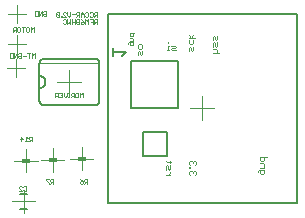
<source format=gbo>
G75*
%MOIN*%
%OFA0B0*%
%FSLAX25Y25*%
%IPPOS*%
%LPD*%
%AMOC8*
5,1,8,0,0,1.08239X$1,22.5*
%
%ADD10C,0.00200*%
%ADD11C,0.00100*%
%ADD12C,0.00600*%
%ADD13C,0.00000*%
%ADD14R,0.03000X0.01800*%
%ADD15C,0.00800*%
D10*
X0039354Y0054688D02*
X0059354Y0054688D01*
X0072030Y0057242D02*
X0072030Y0058343D01*
X0072397Y0058710D01*
X0072764Y0058343D01*
X0072764Y0057609D01*
X0073131Y0057242D01*
X0073498Y0057609D01*
X0073498Y0058710D01*
X0073131Y0059452D02*
X0072397Y0059452D01*
X0072030Y0059819D01*
X0072030Y0060553D01*
X0072397Y0060920D01*
X0073131Y0060920D01*
X0073498Y0060553D01*
X0073498Y0059819D01*
X0073131Y0059452D01*
X0081845Y0058974D02*
X0082579Y0058974D01*
X0082212Y0058974D02*
X0082212Y0060441D01*
X0082579Y0060441D01*
X0083321Y0060441D02*
X0084422Y0060441D01*
X0084789Y0060074D01*
X0084422Y0059707D01*
X0083688Y0059707D01*
X0083321Y0059341D01*
X0083688Y0058974D01*
X0084789Y0058974D01*
X0082212Y0061175D02*
X0082212Y0061542D01*
X0089147Y0061213D02*
X0089514Y0060846D01*
X0090248Y0060846D01*
X0090615Y0061213D01*
X0090615Y0062314D01*
X0091349Y0063056D02*
X0089147Y0063056D01*
X0089881Y0063056D02*
X0090615Y0064157D01*
X0089881Y0063056D02*
X0089147Y0064157D01*
X0089147Y0062314D02*
X0089147Y0061213D01*
X0089514Y0060104D02*
X0089881Y0059737D01*
X0089881Y0059003D01*
X0090248Y0058637D01*
X0090615Y0059003D01*
X0090615Y0060104D01*
X0089514Y0060104D02*
X0089147Y0059737D01*
X0089147Y0058637D01*
X0097110Y0059367D02*
X0098211Y0059367D01*
X0098578Y0059000D01*
X0098578Y0058266D01*
X0098211Y0057899D01*
X0099312Y0057899D02*
X0097110Y0057899D01*
X0097110Y0060109D02*
X0097110Y0061210D01*
X0097477Y0061577D01*
X0097844Y0061210D01*
X0097844Y0060476D01*
X0098211Y0060109D01*
X0098578Y0060476D01*
X0098578Y0061577D01*
X0098211Y0062319D02*
X0098578Y0062686D01*
X0098578Y0063786D01*
X0097844Y0063419D02*
X0097844Y0062686D01*
X0098211Y0062319D01*
X0097110Y0062319D02*
X0097110Y0063419D01*
X0097477Y0063786D01*
X0097844Y0063419D01*
X0112871Y0023457D02*
X0112871Y0022356D01*
X0113238Y0021989D01*
X0113972Y0021989D01*
X0114339Y0022356D01*
X0114339Y0023457D01*
X0115073Y0023457D02*
X0112871Y0023457D01*
X0112871Y0021247D02*
X0113972Y0021247D01*
X0114339Y0020880D01*
X0114339Y0019779D01*
X0112871Y0019779D01*
X0112871Y0019037D02*
X0112871Y0017937D01*
X0113238Y0017570D01*
X0113972Y0017570D01*
X0114339Y0017937D01*
X0114339Y0019037D01*
X0112504Y0019037D01*
X0112137Y0018670D01*
X0112137Y0018304D01*
X0091522Y0018447D02*
X0091155Y0018814D01*
X0090788Y0018814D01*
X0090421Y0018447D01*
X0090054Y0018814D01*
X0089687Y0018814D01*
X0089320Y0018447D01*
X0089320Y0017713D01*
X0089687Y0017346D01*
X0090421Y0018080D02*
X0090421Y0018447D01*
X0091522Y0018447D02*
X0091522Y0017713D01*
X0091155Y0017346D01*
X0089687Y0019556D02*
X0089687Y0019923D01*
X0089320Y0019923D01*
X0089320Y0019556D01*
X0089687Y0019556D01*
X0089687Y0020661D02*
X0089320Y0021028D01*
X0089320Y0021762D01*
X0089687Y0022129D01*
X0090054Y0022129D01*
X0090421Y0021762D01*
X0090421Y0021395D01*
X0090421Y0021762D02*
X0090788Y0022129D01*
X0091155Y0022129D01*
X0091522Y0021762D01*
X0091522Y0021028D01*
X0091155Y0020661D01*
X0083294Y0021722D02*
X0081826Y0021722D01*
X0081459Y0022089D01*
X0082927Y0022089D02*
X0082927Y0021355D01*
X0082927Y0020613D02*
X0082927Y0019512D01*
X0082560Y0019145D01*
X0082193Y0019512D01*
X0082193Y0020246D01*
X0081826Y0020613D01*
X0081459Y0020246D01*
X0081459Y0019145D01*
X0082927Y0018404D02*
X0082927Y0018037D01*
X0082193Y0017303D01*
X0081459Y0017303D02*
X0082927Y0017303D01*
D11*
X0055314Y0015957D02*
X0054564Y0015957D01*
X0054313Y0015707D01*
X0054313Y0015207D01*
X0054564Y0014957D01*
X0055314Y0014957D01*
X0054814Y0014957D02*
X0054313Y0014456D01*
X0053841Y0014706D02*
X0053591Y0014456D01*
X0053090Y0014456D01*
X0052840Y0014706D01*
X0052840Y0014957D01*
X0053090Y0015207D01*
X0053841Y0015207D01*
X0053841Y0014706D01*
X0053841Y0015207D02*
X0053340Y0015707D01*
X0052840Y0015957D01*
X0055314Y0015957D02*
X0055314Y0014456D01*
X0043929Y0014429D02*
X0043929Y0015930D01*
X0043179Y0015930D01*
X0042929Y0015680D01*
X0042929Y0015180D01*
X0043179Y0014929D01*
X0043929Y0014929D01*
X0043429Y0014929D02*
X0042929Y0014429D01*
X0042456Y0014429D02*
X0042456Y0014679D01*
X0041455Y0015680D01*
X0041455Y0015930D01*
X0042456Y0015930D01*
X0035018Y0013276D02*
X0035018Y0012275D01*
X0034768Y0012025D01*
X0034267Y0012025D01*
X0034017Y0012275D01*
X0033545Y0012025D02*
X0032544Y0013026D01*
X0032544Y0013276D01*
X0032794Y0013526D01*
X0033295Y0013526D01*
X0033545Y0013276D01*
X0034017Y0013276D02*
X0034267Y0013526D01*
X0034768Y0013526D01*
X0035018Y0013276D01*
X0033545Y0012025D02*
X0032544Y0012025D01*
X0033231Y0028655D02*
X0033231Y0030157D01*
X0033981Y0029406D01*
X0032980Y0029406D01*
X0034454Y0028655D02*
X0035454Y0028655D01*
X0035927Y0028655D02*
X0036427Y0029156D01*
X0036177Y0029156D02*
X0036928Y0029156D01*
X0036928Y0028655D02*
X0036928Y0030157D01*
X0036177Y0030157D01*
X0035927Y0029906D01*
X0035927Y0029406D01*
X0036177Y0029156D01*
X0035454Y0029656D02*
X0034954Y0030157D01*
X0034954Y0028655D01*
X0044424Y0043231D02*
X0044925Y0043732D01*
X0044674Y0043732D02*
X0045425Y0043732D01*
X0045425Y0043231D02*
X0045425Y0044732D01*
X0044674Y0044732D01*
X0044424Y0044482D01*
X0044424Y0043982D01*
X0044674Y0043732D01*
X0045897Y0043231D02*
X0046898Y0043231D01*
X0046898Y0044732D01*
X0045897Y0044732D01*
X0046398Y0043982D02*
X0046898Y0043982D01*
X0047371Y0043732D02*
X0047371Y0044732D01*
X0047371Y0043732D02*
X0047871Y0043231D01*
X0048371Y0043732D01*
X0048371Y0044732D01*
X0048853Y0044732D02*
X0049354Y0044732D01*
X0049103Y0044732D02*
X0049103Y0043231D01*
X0048853Y0043231D02*
X0049354Y0043231D01*
X0049826Y0043231D02*
X0050326Y0043732D01*
X0050076Y0043732D02*
X0050827Y0043732D01*
X0050827Y0043231D02*
X0050827Y0044732D01*
X0050076Y0044732D01*
X0049826Y0044482D01*
X0049826Y0043982D01*
X0050076Y0043732D01*
X0051299Y0043481D02*
X0051299Y0044482D01*
X0051549Y0044732D01*
X0052300Y0044732D01*
X0052300Y0043231D01*
X0051549Y0043231D01*
X0051299Y0043481D01*
X0052773Y0043231D02*
X0052773Y0044732D01*
X0053273Y0044232D01*
X0053773Y0044732D01*
X0053773Y0043231D01*
X0037761Y0056349D02*
X0037761Y0057851D01*
X0037261Y0057350D01*
X0036761Y0057851D01*
X0036761Y0056349D01*
X0035788Y0056349D02*
X0035788Y0057851D01*
X0036288Y0057851D02*
X0035287Y0057851D01*
X0034815Y0057100D02*
X0033814Y0057100D01*
X0033342Y0056600D02*
X0033091Y0056349D01*
X0032591Y0056349D01*
X0032341Y0056600D01*
X0032341Y0057100D01*
X0032841Y0057100D01*
X0032341Y0057600D02*
X0032591Y0057851D01*
X0033091Y0057851D01*
X0033342Y0057600D01*
X0033342Y0056600D01*
X0031868Y0056349D02*
X0031868Y0057851D01*
X0030868Y0056349D01*
X0030868Y0057851D01*
X0030395Y0057851D02*
X0029644Y0057851D01*
X0029394Y0057600D01*
X0029394Y0056600D01*
X0029644Y0056349D01*
X0030395Y0056349D01*
X0030395Y0057851D01*
X0030469Y0065035D02*
X0030970Y0065536D01*
X0030719Y0065536D02*
X0031470Y0065536D01*
X0031470Y0065035D02*
X0031470Y0066536D01*
X0030719Y0066536D01*
X0030469Y0066286D01*
X0030469Y0065786D01*
X0030719Y0065536D01*
X0031942Y0065285D02*
X0031942Y0066286D01*
X0032193Y0066536D01*
X0032693Y0066536D01*
X0032943Y0066286D01*
X0032943Y0065285D01*
X0032693Y0065035D01*
X0032193Y0065035D01*
X0031942Y0065285D01*
X0033416Y0066536D02*
X0034417Y0066536D01*
X0033916Y0066536D02*
X0033916Y0065035D01*
X0034889Y0065285D02*
X0034889Y0066286D01*
X0035139Y0066536D01*
X0035640Y0066536D01*
X0035890Y0066286D01*
X0035890Y0065285D01*
X0035640Y0065035D01*
X0035139Y0065035D01*
X0034889Y0065285D01*
X0036362Y0065035D02*
X0036362Y0066536D01*
X0036863Y0066036D01*
X0037363Y0066536D01*
X0037363Y0065035D01*
X0037951Y0070359D02*
X0037701Y0070609D01*
X0037701Y0071610D01*
X0037951Y0071861D01*
X0038702Y0071861D01*
X0038702Y0070359D01*
X0037951Y0070359D01*
X0039175Y0070359D02*
X0039175Y0071861D01*
X0040175Y0071861D02*
X0039175Y0070359D01*
X0040175Y0070359D02*
X0040175Y0071861D01*
X0040648Y0071610D02*
X0040898Y0071861D01*
X0041398Y0071861D01*
X0041649Y0071610D01*
X0041649Y0070609D01*
X0041398Y0070359D01*
X0040898Y0070359D01*
X0040648Y0070609D01*
X0040648Y0071110D01*
X0041148Y0071110D01*
X0044992Y0071337D02*
X0045992Y0070336D01*
X0045742Y0070085D01*
X0045242Y0070085D01*
X0044992Y0070336D01*
X0044992Y0071337D01*
X0045242Y0071587D01*
X0045742Y0071587D01*
X0045992Y0071337D01*
X0045992Y0070336D01*
X0046479Y0070336D02*
X0046479Y0070085D01*
X0046729Y0070085D01*
X0046729Y0070336D01*
X0046479Y0070336D01*
X0047201Y0070085D02*
X0048202Y0070085D01*
X0047201Y0071086D01*
X0047201Y0071337D01*
X0047452Y0071587D01*
X0047952Y0071587D01*
X0048202Y0071337D01*
X0048675Y0071587D02*
X0048675Y0070586D01*
X0049175Y0070085D01*
X0049676Y0070586D01*
X0049676Y0071587D01*
X0050148Y0070836D02*
X0051149Y0070836D01*
X0051621Y0070836D02*
X0051871Y0070586D01*
X0052622Y0070586D01*
X0052122Y0070586D02*
X0051621Y0070085D01*
X0051621Y0070836D02*
X0051621Y0071337D01*
X0051871Y0071587D01*
X0052622Y0071587D01*
X0052622Y0070085D01*
X0053094Y0070085D02*
X0053094Y0071086D01*
X0053595Y0071587D01*
X0054095Y0071086D01*
X0054095Y0070085D01*
X0054568Y0070336D02*
X0054818Y0070085D01*
X0055318Y0070085D01*
X0055569Y0070336D01*
X0055569Y0071337D01*
X0055318Y0071587D01*
X0054818Y0071587D01*
X0054568Y0071337D01*
X0054095Y0070836D02*
X0053094Y0070836D01*
X0053094Y0069187D02*
X0053595Y0068937D01*
X0054095Y0068436D01*
X0053345Y0068436D01*
X0053094Y0068186D01*
X0053094Y0067936D01*
X0053345Y0067685D01*
X0053845Y0067685D01*
X0054095Y0067936D01*
X0054095Y0068436D01*
X0054568Y0069187D02*
X0054568Y0067685D01*
X0055569Y0067685D02*
X0055569Y0069187D01*
X0055068Y0068686D01*
X0054568Y0069187D01*
X0056041Y0069187D02*
X0057042Y0069187D01*
X0057042Y0067685D01*
X0057514Y0067685D02*
X0058015Y0068186D01*
X0057764Y0068186D02*
X0058515Y0068186D01*
X0058515Y0067685D02*
X0058515Y0069187D01*
X0057764Y0069187D01*
X0057514Y0068937D01*
X0057514Y0068436D01*
X0057764Y0068186D01*
X0057042Y0068436D02*
X0056541Y0068436D01*
X0056291Y0070085D02*
X0056041Y0070336D01*
X0056291Y0070085D02*
X0056792Y0070085D01*
X0057042Y0070336D01*
X0057042Y0071337D01*
X0056792Y0071587D01*
X0056291Y0071587D01*
X0056041Y0071337D01*
X0057514Y0071337D02*
X0057514Y0070836D01*
X0057764Y0070586D01*
X0058515Y0070586D01*
X0058015Y0070586D02*
X0057514Y0070085D01*
X0058515Y0070085D02*
X0058515Y0071587D01*
X0057764Y0071587D01*
X0057514Y0071337D01*
X0052622Y0068937D02*
X0052622Y0068686D01*
X0052372Y0068436D01*
X0051621Y0068436D01*
X0051149Y0068436D02*
X0050148Y0068436D01*
X0050148Y0069187D02*
X0050148Y0067685D01*
X0049676Y0067685D02*
X0049175Y0068186D01*
X0048675Y0067685D01*
X0048675Y0069187D01*
X0048202Y0068937D02*
X0048202Y0067936D01*
X0047952Y0067685D01*
X0047452Y0067685D01*
X0047201Y0067936D01*
X0047201Y0068937D02*
X0047452Y0069187D01*
X0047952Y0069187D01*
X0048202Y0068937D01*
X0049676Y0069187D02*
X0049676Y0067685D01*
X0051149Y0067685D02*
X0051149Y0069187D01*
X0051621Y0068937D02*
X0051871Y0069187D01*
X0052372Y0069187D01*
X0052622Y0068937D01*
X0051621Y0068937D02*
X0051621Y0067936D01*
X0051871Y0067685D01*
X0052372Y0067685D01*
X0052622Y0067936D01*
X0069407Y0064514D02*
X0069407Y0063763D01*
X0069658Y0063513D01*
X0070158Y0063513D01*
X0070408Y0063763D01*
X0070408Y0064514D01*
X0070909Y0064514D02*
X0069407Y0064514D01*
X0069407Y0063040D02*
X0070158Y0063040D01*
X0070408Y0062790D01*
X0070408Y0062039D01*
X0069407Y0062039D01*
X0069407Y0061567D02*
X0069407Y0060816D01*
X0069658Y0060566D01*
X0070158Y0060566D01*
X0070408Y0060816D01*
X0070408Y0061567D01*
X0069157Y0061567D01*
X0068907Y0061317D01*
X0068907Y0061067D01*
D12*
X0068250Y0058299D02*
X0063846Y0058299D01*
X0063846Y0056831D02*
X0063846Y0059767D01*
X0066782Y0056831D02*
X0068250Y0058299D01*
X0059354Y0054588D02*
X0059354Y0042188D01*
X0059352Y0042112D01*
X0059346Y0042036D01*
X0059337Y0041961D01*
X0059323Y0041886D01*
X0059306Y0041812D01*
X0059285Y0041739D01*
X0059261Y0041667D01*
X0059232Y0041596D01*
X0059201Y0041527D01*
X0059166Y0041460D01*
X0059127Y0041395D01*
X0059085Y0041331D01*
X0059040Y0041270D01*
X0058992Y0041211D01*
X0058941Y0041155D01*
X0058887Y0041101D01*
X0058831Y0041050D01*
X0058772Y0041002D01*
X0058711Y0040957D01*
X0058647Y0040915D01*
X0058582Y0040876D01*
X0058515Y0040841D01*
X0058446Y0040810D01*
X0058375Y0040781D01*
X0058303Y0040757D01*
X0058230Y0040736D01*
X0058156Y0040719D01*
X0058081Y0040705D01*
X0058006Y0040696D01*
X0057930Y0040690D01*
X0057854Y0040688D01*
X0040854Y0040688D01*
X0040778Y0040690D01*
X0040702Y0040696D01*
X0040627Y0040705D01*
X0040552Y0040719D01*
X0040478Y0040736D01*
X0040405Y0040757D01*
X0040333Y0040781D01*
X0040262Y0040810D01*
X0040193Y0040841D01*
X0040126Y0040876D01*
X0040061Y0040915D01*
X0039997Y0040957D01*
X0039936Y0041002D01*
X0039877Y0041050D01*
X0039821Y0041101D01*
X0039767Y0041155D01*
X0039716Y0041211D01*
X0039668Y0041270D01*
X0039623Y0041331D01*
X0039581Y0041395D01*
X0039542Y0041460D01*
X0039507Y0041527D01*
X0039476Y0041596D01*
X0039447Y0041667D01*
X0039423Y0041739D01*
X0039402Y0041812D01*
X0039385Y0041886D01*
X0039371Y0041961D01*
X0039362Y0042036D01*
X0039356Y0042112D01*
X0039354Y0042188D01*
X0039354Y0054588D01*
X0039356Y0054664D01*
X0039362Y0054740D01*
X0039371Y0054815D01*
X0039385Y0054890D01*
X0039402Y0054964D01*
X0039423Y0055037D01*
X0039447Y0055109D01*
X0039476Y0055180D01*
X0039507Y0055249D01*
X0039542Y0055316D01*
X0039581Y0055381D01*
X0039623Y0055445D01*
X0039668Y0055506D01*
X0039716Y0055565D01*
X0039767Y0055621D01*
X0039821Y0055675D01*
X0039877Y0055726D01*
X0039936Y0055774D01*
X0039997Y0055819D01*
X0040061Y0055861D01*
X0040126Y0055900D01*
X0040193Y0055935D01*
X0040262Y0055966D01*
X0040333Y0055995D01*
X0040405Y0056019D01*
X0040478Y0056040D01*
X0040552Y0056057D01*
X0040627Y0056071D01*
X0040702Y0056080D01*
X0040778Y0056086D01*
X0040854Y0056088D01*
X0057854Y0056088D01*
X0057930Y0056086D01*
X0058006Y0056080D01*
X0058081Y0056071D01*
X0058156Y0056057D01*
X0058230Y0056040D01*
X0058303Y0056019D01*
X0058375Y0055995D01*
X0058446Y0055966D01*
X0058515Y0055935D01*
X0058582Y0055900D01*
X0058647Y0055861D01*
X0058711Y0055819D01*
X0058772Y0055774D01*
X0058831Y0055726D01*
X0058887Y0055675D01*
X0058941Y0055621D01*
X0058992Y0055565D01*
X0059040Y0055506D01*
X0059085Y0055445D01*
X0059127Y0055381D01*
X0059166Y0055316D01*
X0059201Y0055249D01*
X0059232Y0055180D01*
X0059261Y0055109D01*
X0059285Y0055037D01*
X0059306Y0054964D01*
X0059323Y0054890D01*
X0059337Y0054815D01*
X0059346Y0054740D01*
X0059352Y0054664D01*
X0059354Y0054588D01*
X0039354Y0050388D02*
X0039442Y0050386D01*
X0039531Y0050380D01*
X0039619Y0050370D01*
X0039706Y0050357D01*
X0039793Y0050339D01*
X0039879Y0050318D01*
X0039964Y0050293D01*
X0040047Y0050264D01*
X0040130Y0050231D01*
X0040210Y0050195D01*
X0040289Y0050156D01*
X0040367Y0050113D01*
X0040442Y0050066D01*
X0040515Y0050016D01*
X0040586Y0049963D01*
X0040655Y0049907D01*
X0040721Y0049848D01*
X0040784Y0049786D01*
X0040844Y0049722D01*
X0040902Y0049655D01*
X0040956Y0049585D01*
X0041008Y0049513D01*
X0041056Y0049439D01*
X0041101Y0049362D01*
X0041142Y0049284D01*
X0041180Y0049204D01*
X0041214Y0049123D01*
X0041245Y0049040D01*
X0041272Y0048955D01*
X0041295Y0048870D01*
X0041314Y0048784D01*
X0041330Y0048696D01*
X0041342Y0048609D01*
X0041350Y0048521D01*
X0041354Y0048432D01*
X0041354Y0048344D01*
X0041350Y0048255D01*
X0041342Y0048167D01*
X0041330Y0048080D01*
X0041314Y0047992D01*
X0041295Y0047906D01*
X0041272Y0047821D01*
X0041245Y0047736D01*
X0041214Y0047653D01*
X0041180Y0047572D01*
X0041142Y0047492D01*
X0041101Y0047414D01*
X0041056Y0047337D01*
X0041008Y0047263D01*
X0040956Y0047191D01*
X0040902Y0047121D01*
X0040844Y0047054D01*
X0040784Y0046990D01*
X0040721Y0046928D01*
X0040655Y0046869D01*
X0040586Y0046813D01*
X0040515Y0046760D01*
X0040442Y0046710D01*
X0040367Y0046663D01*
X0040289Y0046620D01*
X0040210Y0046581D01*
X0040130Y0046545D01*
X0040047Y0046512D01*
X0039964Y0046483D01*
X0039879Y0046458D01*
X0039793Y0046437D01*
X0039706Y0046419D01*
X0039619Y0046406D01*
X0039531Y0046396D01*
X0039442Y0046390D01*
X0039354Y0046388D01*
X0035284Y0010862D02*
X0032922Y0010862D01*
X0032922Y0006138D02*
X0035284Y0006138D01*
D13*
X0037875Y0008500D02*
X0030330Y0008500D01*
X0034103Y0004727D02*
X0034103Y0012273D01*
X0034830Y0018217D02*
X0034830Y0025972D01*
X0030952Y0022094D02*
X0038708Y0022094D01*
X0039826Y0022343D02*
X0047581Y0022343D01*
X0049492Y0022727D02*
X0057247Y0022727D01*
X0053370Y0018850D02*
X0053370Y0026605D01*
X0043703Y0026221D02*
X0043703Y0018466D01*
X0049354Y0044388D02*
X0049354Y0052388D01*
X0045354Y0048388D02*
X0053354Y0048388D01*
X0034623Y0053104D02*
X0028617Y0053104D01*
X0031620Y0050101D02*
X0031620Y0056107D01*
X0031952Y0058144D02*
X0031952Y0064150D01*
X0028949Y0061147D02*
X0034956Y0061147D01*
X0031928Y0068024D02*
X0031928Y0074030D01*
X0034931Y0071027D02*
X0028924Y0071027D01*
X0089546Y0039540D02*
X0097546Y0039540D01*
X0093546Y0035540D02*
X0093546Y0043540D01*
D14*
X0053370Y0022727D03*
X0043703Y0022343D03*
X0034830Y0022094D03*
D15*
X0062050Y0008044D02*
X0125042Y0008044D01*
X0125042Y0071037D01*
X0062050Y0071037D01*
X0062050Y0008044D01*
X0073861Y0023792D02*
X0081735Y0023792D01*
X0081735Y0031666D01*
X0073861Y0031666D01*
X0073861Y0023792D01*
X0069924Y0039540D02*
X0069924Y0055288D01*
X0085672Y0055288D01*
X0085672Y0039540D01*
X0069924Y0039540D01*
M02*

</source>
